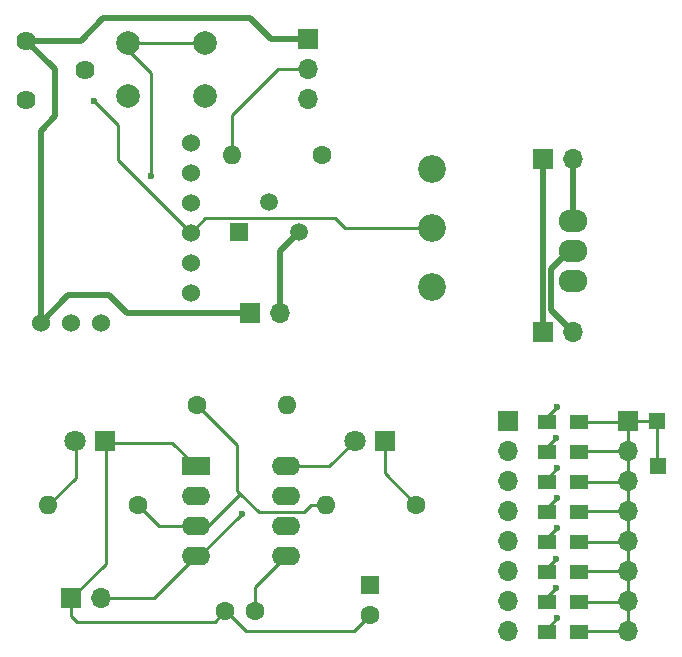
<source format=gbr>
G04 #@! TF.FileFunction,Copper,L1,Top,Signal*
%FSLAX46Y46*%
G04 Gerber Fmt 4.6, Leading zero omitted, Abs format (unit mm)*
G04 Created by KiCad (PCBNEW 4.0.7) date 12/08/18 06:13:13*
%MOMM*%
%LPD*%
G01*
G04 APERTURE LIST*
%ADD10C,0.100000*%
%ADD11C,1.524000*%
%ADD12C,2.340000*%
%ADD13R,1.350000X1.350000*%
%ADD14C,1.600000*%
%ADD15R,1.800000X1.800000*%
%ADD16C,1.800000*%
%ADD17R,1.500000X1.300000*%
%ADD18R,1.700000X1.700000*%
%ADD19O,1.700000X1.700000*%
%ADD20C,1.520000*%
%ADD21R,1.520000X1.520000*%
%ADD22O,1.600000X1.600000*%
%ADD23C,1.620000*%
%ADD24C,2.000000*%
%ADD25O,2.438400X1.905000*%
%ADD26R,2.400000X1.600000*%
%ADD27O,2.400000X1.600000*%
%ADD28R,1.600000X1.600000*%
%ADD29C,0.600000*%
%ADD30C,0.250000*%
%ADD31C,0.508000*%
G04 APERTURE END LIST*
D10*
D11*
X181890800Y-55497600D03*
X181890800Y-58037600D03*
X181890800Y-60577600D03*
X181890800Y-63117600D03*
X181890800Y-65657600D03*
X181890800Y-68197600D03*
X174270800Y-70737600D03*
X171730800Y-70737600D03*
X169190800Y-70737600D03*
D12*
X202336400Y-57716400D03*
X202336400Y-62716400D03*
X202336400Y-67716400D03*
D13*
X221437200Y-82905600D03*
D14*
X187350400Y-95148400D03*
X184850400Y-95148400D03*
D15*
X198323200Y-80772000D03*
D16*
X195783200Y-80772000D03*
D15*
X174650400Y-80772000D03*
D16*
X172110400Y-80772000D03*
D17*
X214760800Y-79146400D03*
X212060800Y-79146400D03*
X214760800Y-81686400D03*
X212060800Y-81686400D03*
X214760800Y-84226400D03*
X212060800Y-84226400D03*
X214760800Y-86766400D03*
X212060800Y-86766400D03*
X214760800Y-89306400D03*
X212060800Y-89306400D03*
X214760800Y-91846400D03*
X212060800Y-91846400D03*
X214760800Y-94386400D03*
X212060800Y-94386400D03*
X214760800Y-96926400D03*
X212060800Y-96926400D03*
D18*
X171805600Y-94081600D03*
D19*
X174345600Y-94081600D03*
D18*
X186944000Y-69900800D03*
D19*
X189484000Y-69900800D03*
D18*
X211709000Y-71501000D03*
D19*
X214249000Y-71501000D03*
D18*
X208737200Y-79095600D03*
D19*
X208737200Y-81635600D03*
X208737200Y-84175600D03*
X208737200Y-86715600D03*
X208737200Y-89255600D03*
X208737200Y-91795600D03*
X208737200Y-94335600D03*
X208737200Y-96875600D03*
D18*
X211759800Y-56921400D03*
D19*
X214299800Y-56921400D03*
D18*
X218897200Y-79095600D03*
D19*
X218897200Y-81635600D03*
X218897200Y-84175600D03*
X218897200Y-86715600D03*
X218897200Y-89255600D03*
X218897200Y-91795600D03*
X218897200Y-94335600D03*
X218897200Y-96875600D03*
D20*
X188569600Y-60553600D03*
X191109600Y-63093600D03*
D21*
X186029600Y-63093600D03*
D14*
X193040000Y-56591200D03*
D22*
X185420000Y-56591200D03*
D14*
X182422800Y-77724000D03*
D22*
X190042800Y-77724000D03*
D14*
X201015600Y-86207600D03*
D22*
X193395600Y-86207600D03*
D14*
X177444400Y-86207600D03*
D22*
X169824400Y-86207600D03*
D23*
X167944800Y-46866800D03*
X172944800Y-49366800D03*
X167944800Y-51866800D03*
D24*
X176580800Y-51540800D03*
X176580800Y-47040800D03*
X183080800Y-51540800D03*
X183080800Y-47040800D03*
D25*
X214299800Y-62153800D03*
X214299800Y-64693800D03*
X214299800Y-67233800D03*
D18*
X191820800Y-46736000D03*
D19*
X191820800Y-49276000D03*
X191820800Y-51816000D03*
D26*
X182321200Y-82905600D03*
D27*
X189941200Y-90525600D03*
X182321200Y-85445600D03*
X189941200Y-87985600D03*
X182321200Y-87985600D03*
X189941200Y-85445600D03*
X182321200Y-90525600D03*
X189941200Y-82905600D03*
D28*
X197053200Y-92964000D03*
D14*
X197053200Y-95464000D03*
D13*
X221386400Y-79095600D03*
D29*
X186232800Y-86918800D03*
X212902800Y-77876400D03*
X212852000Y-80518000D03*
X212953600Y-83058000D03*
X212902800Y-85598000D03*
X212902800Y-88138000D03*
X212852000Y-90728800D03*
X212852000Y-93218000D03*
X212953600Y-95758000D03*
X173736000Y-52019200D03*
X178511200Y-58318400D03*
D30*
X187350400Y-95148400D02*
X187350400Y-93116400D01*
X187350400Y-93116400D02*
X189941200Y-90525600D01*
X184850400Y-95148400D02*
X184912000Y-95148400D01*
X184912000Y-95148400D02*
X186588400Y-96824800D01*
X195692400Y-96824800D02*
X197053200Y-95464000D01*
X186588400Y-96824800D02*
X195692400Y-96824800D01*
X174701200Y-80924400D02*
X174701200Y-91186000D01*
X174701200Y-91186000D02*
X171805600Y-94081600D01*
X171805600Y-94081600D02*
X171805600Y-95605600D01*
X171805600Y-95605600D02*
X172262800Y-96062800D01*
X172262800Y-96062800D02*
X183936000Y-96062800D01*
X183936000Y-96062800D02*
X184850400Y-95148400D01*
X174701200Y-80924400D02*
X180340000Y-80924400D01*
X180340000Y-80924400D02*
X182321200Y-82905600D01*
X198323200Y-80772000D02*
X198323200Y-83515200D01*
X198323200Y-83515200D02*
X201015600Y-86207600D01*
X182321200Y-90525600D02*
X182626000Y-90525600D01*
X182626000Y-90525600D02*
X186232800Y-86918800D01*
X174345600Y-94081600D02*
X178765200Y-94081600D01*
X178765200Y-94081600D02*
X182321200Y-90525600D01*
X189941200Y-82905600D02*
X193649600Y-82905600D01*
X193649600Y-82905600D02*
X195783200Y-80772000D01*
X172161200Y-80924400D02*
X172161200Y-83870800D01*
X172161200Y-83870800D02*
X169824400Y-86207600D01*
X221386400Y-79095600D02*
X221386400Y-82854800D01*
X221386400Y-82854800D02*
X221437200Y-82905600D01*
X221386400Y-79095600D02*
X218897200Y-79095600D01*
X218897200Y-81635600D02*
X218897200Y-79095600D01*
X218897200Y-84175600D02*
X218897200Y-81635600D01*
X218897200Y-86715600D02*
X218897200Y-84175600D01*
X218897200Y-89255600D02*
X218897200Y-86715600D01*
X218897200Y-91795600D02*
X218897200Y-89255600D01*
X218897200Y-94335600D02*
X218897200Y-91795600D01*
X218897200Y-96875600D02*
X218897200Y-94335600D01*
X218897200Y-96875600D02*
X214811600Y-96875600D01*
X214811600Y-96875600D02*
X214760800Y-96926400D01*
X214760800Y-94386400D02*
X218846400Y-94386400D01*
X218846400Y-94386400D02*
X218897200Y-94335600D01*
X218897200Y-91795600D02*
X214811600Y-91795600D01*
X214811600Y-91795600D02*
X214760800Y-91846400D01*
X214760800Y-89306400D02*
X218846400Y-89306400D01*
X218846400Y-89306400D02*
X218897200Y-89255600D01*
X218897200Y-86715600D02*
X214811600Y-86715600D01*
X214811600Y-86715600D02*
X214760800Y-86766400D01*
X214760800Y-84226400D02*
X218846400Y-84226400D01*
X218846400Y-84226400D02*
X218897200Y-84175600D01*
X218897200Y-81635600D02*
X214811600Y-81635600D01*
X214811600Y-81635600D02*
X214760800Y-81686400D01*
X214760800Y-79146400D02*
X218846400Y-79146400D01*
X218846400Y-79146400D02*
X218897200Y-79095600D01*
X212060800Y-79146400D02*
X212060800Y-78718400D01*
X212060800Y-78718400D02*
X212902800Y-77876400D01*
X212852000Y-80518000D02*
X212060800Y-81309200D01*
X212060800Y-81309200D02*
X212060800Y-81686400D01*
X212060800Y-84226400D02*
X212060800Y-83950800D01*
X212060800Y-83950800D02*
X212953600Y-83058000D01*
X212902800Y-85598000D02*
X212060800Y-86440000D01*
X212060800Y-86440000D02*
X212060800Y-86766400D01*
X212060800Y-89306400D02*
X212060800Y-88980000D01*
X212060800Y-88980000D02*
X212902800Y-88138000D01*
X212852000Y-90728800D02*
X212060800Y-91520000D01*
X212060800Y-91520000D02*
X212060800Y-91846400D01*
X212060800Y-94386400D02*
X212060800Y-94009200D01*
X212060800Y-94009200D02*
X212852000Y-93218000D01*
X212953600Y-95758000D02*
X212060800Y-96650800D01*
X212060800Y-96650800D02*
X212060800Y-96926400D01*
D31*
X167944800Y-46866800D02*
X172589200Y-46866800D01*
X188671200Y-46736000D02*
X191820800Y-46736000D01*
X186893200Y-44958000D02*
X188671200Y-46736000D01*
X174498000Y-44958000D02*
X186893200Y-44958000D01*
X172589200Y-46866800D02*
X174498000Y-44958000D01*
X169190800Y-70737600D02*
X169190800Y-54481600D01*
X170383200Y-49305200D02*
X167944800Y-46866800D01*
X170383200Y-53289200D02*
X170383200Y-49305200D01*
X169190800Y-54481600D02*
X170383200Y-53289200D01*
X186944000Y-69900800D02*
X176479200Y-69900800D01*
X171551600Y-68376800D02*
X169190800Y-70737600D01*
X174955200Y-68376800D02*
X171551600Y-68376800D01*
X176479200Y-69900800D02*
X174955200Y-68376800D01*
X189484000Y-69900800D02*
X189484000Y-64719200D01*
X189484000Y-64719200D02*
X191109600Y-63093600D01*
X211709000Y-71501000D02*
X211709000Y-56972200D01*
X211709000Y-56972200D02*
X211759800Y-56921400D01*
D30*
X211709000Y-56972200D02*
X211759800Y-56921400D01*
D31*
X214299800Y-64693800D02*
X213893400Y-64693800D01*
X213893400Y-64693800D02*
X212420200Y-66167000D01*
X212420200Y-66167000D02*
X212420200Y-69672200D01*
X212420200Y-69672200D02*
X214249000Y-71501000D01*
D30*
X185369200Y-56591200D02*
X185369200Y-53187600D01*
X189280800Y-49276000D02*
X191820800Y-49276000D01*
X185369200Y-53187600D02*
X189280800Y-49276000D01*
X182321200Y-87985600D02*
X179222400Y-87985600D01*
X179222400Y-87985600D02*
X177444400Y-86207600D01*
X182321200Y-87985600D02*
X183337200Y-87985600D01*
X183337200Y-87985600D02*
X186080400Y-85242400D01*
X193395600Y-86207600D02*
X192125600Y-86207600D01*
X185826400Y-81127600D02*
X182422800Y-77724000D01*
X185826400Y-84988400D02*
X185826400Y-81127600D01*
X187655200Y-86817200D02*
X186080400Y-85242400D01*
X186080400Y-85242400D02*
X185826400Y-84988400D01*
X191516000Y-86817200D02*
X187655200Y-86817200D01*
X192125600Y-86207600D02*
X191516000Y-86817200D01*
X202336400Y-62716400D02*
X194948800Y-62716400D01*
X183134000Y-61874400D02*
X181890800Y-63117600D01*
X194106800Y-61874400D02*
X183134000Y-61874400D01*
X194948800Y-62716400D02*
X194106800Y-61874400D01*
X175717200Y-56944000D02*
X181890800Y-63117600D01*
X175717200Y-54000400D02*
X175717200Y-56944000D01*
X173736000Y-52019200D02*
X175717200Y-54000400D01*
X176580800Y-47040800D02*
X176580800Y-47701200D01*
X176580800Y-47701200D02*
X178511200Y-49631600D01*
X178511200Y-49631600D02*
X178511200Y-58318400D01*
X176580800Y-47040800D02*
X183080800Y-47040800D01*
D31*
X214299800Y-56921400D02*
X214299800Y-62153800D01*
M02*

</source>
